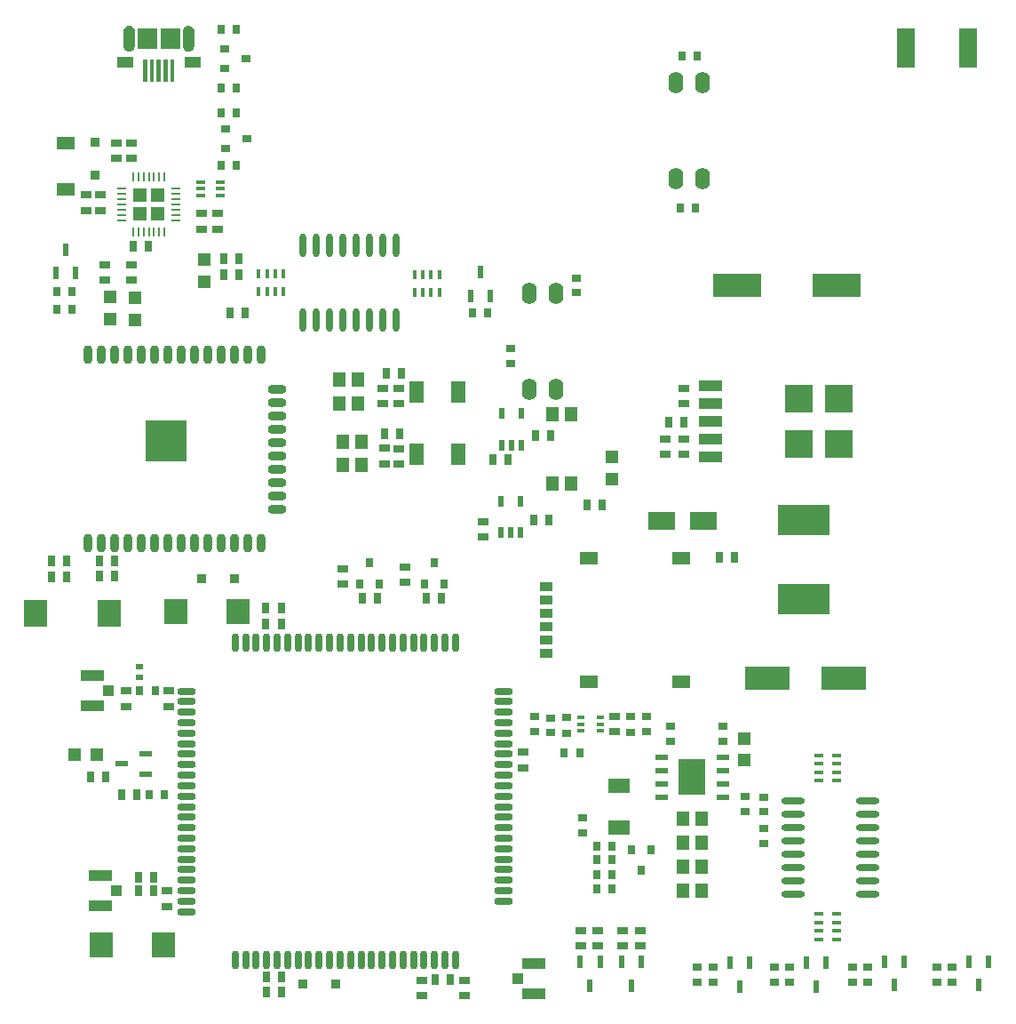
<source format=gtp>
G04*
G04 #@! TF.GenerationSoftware,Altium Limited,Altium Designer,21.6.4 (81)*
G04*
G04 Layer_Color=8421504*
%FSLAX25Y25*%
%MOIN*%
G70*
G04*
G04 #@! TF.SameCoordinates,2A81184C-DEB4-4CFB-8C3F-066722EA72C9*
G04*
G04*
G04 #@! TF.FilePolarity,Positive*
G04*
G01*
G75*
%ADD19R,0.06693X0.04921*%
%ADD20R,0.03543X0.01000*%
%ADD21R,0.01000X0.03543*%
%ADD22R,0.03740X0.03543*%
%ADD23O,0.03500X0.07000*%
%ADD24O,0.07000X0.03500*%
%ADD25R,0.15750X0.15750*%
%ADD26R,0.02953X0.03937*%
%ADD27R,0.01575X0.08268*%
%ADD28R,0.05906X0.03937*%
%ADD29R,0.07480X0.07480*%
%ADD30R,0.03937X0.02953*%
%ADD31R,0.03543X0.01575*%
%ADD32R,0.01772X0.03543*%
%ADD33O,0.08784X0.02370*%
%ADD34R,0.08691X0.09354*%
%ADD35R,0.03543X0.01772*%
%ADD36R,0.02165X0.03937*%
%ADD37O,0.07087X0.02756*%
%ADD38O,0.02756X0.07087*%
%ADD39R,0.02362X0.04528*%
%ADD40R,0.03543X0.03150*%
%ADD41R,0.03150X0.03543*%
%ADD42R,0.06693X0.14567*%
%ADD43R,0.03150X0.03543*%
%ADD44R,0.03543X0.03150*%
%ADD45R,0.08504X0.04213*%
%ADD46R,0.04724X0.04724*%
%ADD47R,0.16535X0.08661*%
%ADD48R,0.05512X0.07874*%
%ADD49R,0.04724X0.05512*%
%ADD50R,0.04724X0.04724*%
%ADD51R,0.08691X0.10205*%
%ADD52R,0.09843X0.13779*%
%ADD53R,0.04724X0.02362*%
%ADD54R,0.07874X0.05512*%
%ADD55O,0.05512X0.08268*%
%ADD56R,0.03543X0.03740*%
%ADD57R,0.08661X0.04134*%
%ADD58R,0.04134X0.03937*%
%ADD59R,0.02598X0.02441*%
%ADD60R,0.02756X0.03543*%
%ADD61R,0.03543X0.02756*%
%ADD62R,0.19685X0.11811*%
%ADD63R,0.09843X0.06693*%
%ADD64R,0.18307X0.09055*%
%ADD65O,0.02370X0.08784*%
%ADD66R,0.02756X0.01654*%
%ADD67R,0.07087X0.05118*%
%ADD68R,0.04724X0.03543*%
%ADD69R,0.04528X0.02362*%
G36*
X64901Y375260D02*
X57421D01*
Y382740D01*
X64901D01*
Y375260D01*
D02*
G37*
G36*
X56240D02*
X48759D01*
Y382740D01*
X56240D01*
Y375260D01*
D02*
G37*
G36*
X46931Y383383D02*
X47539Y382779D01*
X47871Y381988D01*
X47874Y381559D01*
Y376441D01*
X47871Y376013D01*
X47539Y375222D01*
X46931Y374618D01*
X46138Y374291D01*
X45280D01*
X44487Y374618D01*
X43879Y375222D01*
X43546Y376013D01*
X43543Y376441D01*
X43543Y376441D01*
X43543Y381559D01*
X43546Y381988D01*
X43879Y382779D01*
X44487Y383383D01*
X45280Y383710D01*
X46138D01*
X46931Y383383D01*
D02*
G37*
G36*
X69179Y383395D02*
X69788Y382786D01*
X70118Y381990D01*
Y376011D01*
X69788Y375215D01*
X69179Y374606D01*
X68384Y374276D01*
X67522D01*
X66726Y374606D01*
X66117Y375215D01*
X65787Y376011D01*
Y381990D01*
X66117Y382786D01*
X66726Y383395D01*
X67522Y383725D01*
X68384D01*
X69179Y383395D01*
D02*
G37*
G36*
X72381Y368174D02*
X66475D01*
Y372111D01*
X72381D01*
Y368174D01*
D02*
G37*
G36*
X47183D02*
X41278D01*
Y372111D01*
X47183D01*
Y368174D01*
D02*
G37*
G36*
X62735Y362859D02*
X61160D01*
Y371127D01*
X62735D01*
Y362859D01*
D02*
G37*
G36*
X60176D02*
X58601D01*
Y371127D01*
X60176D01*
Y362859D01*
D02*
G37*
G36*
X57617D02*
X56042D01*
Y371127D01*
X57617D01*
Y362859D01*
D02*
G37*
G36*
X55058D02*
X53483D01*
Y371127D01*
X55058D01*
Y362859D01*
D02*
G37*
G36*
X52499D02*
X50924D01*
Y371127D01*
X52499D01*
Y362859D01*
D02*
G37*
G36*
X59000Y317787D02*
X54080D01*
Y322718D01*
X59000D01*
Y317787D01*
D02*
G37*
G36*
X52110D02*
X47179D01*
Y322719D01*
X52110D01*
Y317787D01*
D02*
G37*
G36*
X59000Y310898D02*
X54079D01*
Y315819D01*
X59000D01*
Y310898D01*
D02*
G37*
G36*
X52110D02*
X47178D01*
Y315817D01*
X52110D01*
Y310898D01*
D02*
G37*
G36*
X317098Y238965D02*
X306862D01*
Y249201D01*
X317098D01*
Y238965D01*
D02*
G37*
G36*
X302138D02*
X291902D01*
Y249201D01*
X302138D01*
Y238965D01*
D02*
G37*
G36*
X317098Y221799D02*
X306862D01*
Y232035D01*
X317098D01*
Y221799D01*
D02*
G37*
G36*
X302138D02*
X291902D01*
Y232035D01*
X302138D01*
Y221799D01*
D02*
G37*
D19*
X22000Y322339D02*
D03*
Y339661D02*
D03*
D20*
X42898Y322709D02*
D03*
X63291D02*
D03*
Y320740D02*
D03*
Y318772D02*
D03*
Y316803D02*
D03*
Y314835D02*
D03*
Y312866D02*
D03*
Y310898D02*
D03*
X42898D02*
D03*
Y312866D02*
D03*
Y314835D02*
D03*
Y316803D02*
D03*
Y318772D02*
D03*
Y320740D02*
D03*
D21*
X47189Y327000D02*
D03*
X59000Y306606D02*
D03*
X57032D02*
D03*
X55063D02*
D03*
X53095D02*
D03*
X51126D02*
D03*
X49158D02*
D03*
X47189D02*
D03*
X49158Y327000D02*
D03*
X51126D02*
D03*
X53095D02*
D03*
X55063D02*
D03*
X57032D02*
D03*
X59000D02*
D03*
D22*
X33000Y340201D02*
D03*
Y327799D02*
D03*
D23*
X30100Y260600D02*
D03*
X35100D02*
D03*
X40100D02*
D03*
X45100D02*
D03*
X50100D02*
D03*
X55100D02*
D03*
X60100D02*
D03*
X65100D02*
D03*
X70100D02*
D03*
X75100D02*
D03*
X80100D02*
D03*
X85100D02*
D03*
X90100D02*
D03*
X95100D02*
D03*
Y189700D02*
D03*
X90100D02*
D03*
X85100D02*
D03*
X80100D02*
D03*
X75100D02*
D03*
X70100D02*
D03*
X65100D02*
D03*
X60100D02*
D03*
X55100D02*
D03*
X50100D02*
D03*
X45100D02*
D03*
X40100D02*
D03*
X35100D02*
D03*
X30100D02*
D03*
D24*
X101200Y247600D02*
D03*
Y242600D02*
D03*
Y237600D02*
D03*
Y232600D02*
D03*
Y227600D02*
D03*
Y222600D02*
D03*
Y217600D02*
D03*
Y212600D02*
D03*
Y207600D02*
D03*
Y202600D02*
D03*
D25*
X59500Y228000D02*
D03*
D26*
X47146Y301000D02*
D03*
X52854D02*
D03*
X203854Y230000D02*
D03*
X198146D02*
D03*
X133146Y169000D02*
D03*
X138854D02*
D03*
X102779Y159500D02*
D03*
X97071D02*
D03*
X217646Y204000D02*
D03*
X223354D02*
D03*
X141646Y230731D02*
D03*
X147354D02*
D03*
X81146Y290530D02*
D03*
X86854D02*
D03*
X42789Y95506D02*
D03*
X48498D02*
D03*
X22354Y183000D02*
D03*
X16646D02*
D03*
X22354Y177000D02*
D03*
X16646D02*
D03*
X40354Y183000D02*
D03*
X34646D02*
D03*
X163018Y169000D02*
D03*
X157310D02*
D03*
X142146Y253500D02*
D03*
X147854D02*
D03*
X187854Y221000D02*
D03*
X182146D02*
D03*
X197646Y198396D02*
D03*
X203354D02*
D03*
X54854Y64500D02*
D03*
X49146D02*
D03*
X49146Y59500D02*
D03*
X54854D02*
D03*
X160646Y26000D02*
D03*
X166354D02*
D03*
X248146Y235000D02*
D03*
X253854D02*
D03*
X267146Y184500D02*
D03*
X272854D02*
D03*
X34646Y177500D02*
D03*
X40354D02*
D03*
X31146Y102000D02*
D03*
X36854D02*
D03*
X97146Y21500D02*
D03*
X102854D02*
D03*
X97071Y165500D02*
D03*
X102779D02*
D03*
X97146Y27000D02*
D03*
X102854D02*
D03*
X83646Y276000D02*
D03*
X89354D02*
D03*
X81146Y296500D02*
D03*
X86854D02*
D03*
D27*
X56831Y366992D02*
D03*
X59390D02*
D03*
X61949D02*
D03*
X54272D02*
D03*
X51713D02*
D03*
D28*
X69429Y370142D02*
D03*
X44232D02*
D03*
D29*
X61162Y379000D02*
D03*
X52500D02*
D03*
D30*
X46500Y334146D02*
D03*
Y339854D02*
D03*
X41000D02*
D03*
Y334146D02*
D03*
X79000Y307646D02*
D03*
Y313354D02*
D03*
X126000Y174500D02*
D03*
Y180209D02*
D03*
X155500Y25854D02*
D03*
Y20146D02*
D03*
X141500Y225354D02*
D03*
Y219646D02*
D03*
X147000Y225085D02*
D03*
Y219376D02*
D03*
X29500Y314646D02*
D03*
Y320354D02*
D03*
X35000Y314646D02*
D03*
Y320354D02*
D03*
X36500Y288500D02*
D03*
Y294209D02*
D03*
X46500Y288500D02*
D03*
Y294209D02*
D03*
X149251Y180854D02*
D03*
Y175146D02*
D03*
X141039Y247784D02*
D03*
Y242075D02*
D03*
X147000Y247784D02*
D03*
Y242075D02*
D03*
X178500Y197854D02*
D03*
Y192146D02*
D03*
X231013Y38902D02*
D03*
Y44610D02*
D03*
X221744Y38902D02*
D03*
Y44610D02*
D03*
X215244Y38902D02*
D03*
Y44610D02*
D03*
X171500Y20146D02*
D03*
Y25854D02*
D03*
X228000Y119039D02*
D03*
Y124748D02*
D03*
X254000Y223146D02*
D03*
Y228854D02*
D03*
X247000Y223146D02*
D03*
Y228854D02*
D03*
X254000Y242146D02*
D03*
Y247854D02*
D03*
X60000Y59354D02*
D03*
Y53646D02*
D03*
X44500Y134354D02*
D03*
Y128646D02*
D03*
X60500Y134354D02*
D03*
Y128646D02*
D03*
X193500Y111354D02*
D03*
Y105646D02*
D03*
X237454Y44610D02*
D03*
Y38902D02*
D03*
X73000Y313354D02*
D03*
Y307646D02*
D03*
D31*
X72707Y325309D02*
D03*
X79793D02*
D03*
Y322750D02*
D03*
Y320191D02*
D03*
X72707D02*
D03*
Y322750D02*
D03*
D32*
X159075Y290347D02*
D03*
X162224D02*
D03*
X152776D02*
D03*
X155925D02*
D03*
Y283653D02*
D03*
X152776D02*
D03*
X162224D02*
D03*
X159075D02*
D03*
X100575Y290846D02*
D03*
X103724D02*
D03*
X94276D02*
D03*
X97425D02*
D03*
Y284154D02*
D03*
X94276D02*
D03*
X103724D02*
D03*
X100575D02*
D03*
D33*
X294963Y93000D02*
D03*
Y88000D02*
D03*
Y83000D02*
D03*
Y78000D02*
D03*
Y73000D02*
D03*
Y68000D02*
D03*
Y63000D02*
D03*
Y58000D02*
D03*
X323037Y93000D02*
D03*
Y88000D02*
D03*
Y83000D02*
D03*
Y78000D02*
D03*
Y73000D02*
D03*
Y68000D02*
D03*
Y63000D02*
D03*
Y58000D02*
D03*
D34*
X35342Y39000D02*
D03*
X58658D02*
D03*
X63108Y164000D02*
D03*
X86425D02*
D03*
D35*
X311347Y103925D02*
D03*
Y100776D02*
D03*
Y110224D02*
D03*
Y107075D02*
D03*
X304654D02*
D03*
Y110224D02*
D03*
Y100776D02*
D03*
Y103925D02*
D03*
X311151Y44463D02*
D03*
Y41313D02*
D03*
Y50762D02*
D03*
Y47613D02*
D03*
X304458D02*
D03*
Y50762D02*
D03*
Y41313D02*
D03*
Y44463D02*
D03*
D36*
X185169Y193658D02*
D03*
X188909D02*
D03*
X192649D02*
D03*
Y205469D02*
D03*
X185169D02*
D03*
X185459Y238405D02*
D03*
X192939D02*
D03*
Y226594D02*
D03*
X189199D02*
D03*
X185459D02*
D03*
D37*
X67394Y51610D02*
D03*
Y134288D02*
D03*
X186291Y134287D02*
D03*
X67394Y55547D02*
D03*
Y59484D02*
D03*
Y63421D02*
D03*
Y67358D02*
D03*
Y71295D02*
D03*
Y75232D02*
D03*
Y79169D02*
D03*
Y83106D02*
D03*
Y87043D02*
D03*
Y90980D02*
D03*
Y94917D02*
D03*
Y98854D02*
D03*
Y102791D02*
D03*
Y106728D02*
D03*
Y110665D02*
D03*
Y114602D02*
D03*
Y118539D02*
D03*
Y122476D02*
D03*
Y126413D02*
D03*
Y130350D02*
D03*
X186291D02*
D03*
Y126413D02*
D03*
Y122476D02*
D03*
Y118539D02*
D03*
Y114602D02*
D03*
Y110665D02*
D03*
Y106728D02*
D03*
Y102791D02*
D03*
Y98854D02*
D03*
Y94917D02*
D03*
Y90980D02*
D03*
Y87043D02*
D03*
Y83106D02*
D03*
Y79169D02*
D03*
Y75232D02*
D03*
Y71295D02*
D03*
Y67358D02*
D03*
Y63421D02*
D03*
Y59484D02*
D03*
Y55547D02*
D03*
D38*
X168181Y152398D02*
D03*
X85504D02*
D03*
Y33500D02*
D03*
X168181D02*
D03*
X164244D02*
D03*
X160307D02*
D03*
X156370D02*
D03*
X152433D02*
D03*
X148496D02*
D03*
X144559D02*
D03*
X140622D02*
D03*
X136685D02*
D03*
X132748D02*
D03*
X128811D02*
D03*
X124874D02*
D03*
X120937D02*
D03*
X117000D02*
D03*
X113063D02*
D03*
X109126D02*
D03*
X105189D02*
D03*
X101252D02*
D03*
X97315D02*
D03*
X93378D02*
D03*
X89441D02*
D03*
Y152398D02*
D03*
X93378D02*
D03*
X97315D02*
D03*
X101252D02*
D03*
X105189D02*
D03*
X109126D02*
D03*
X113063D02*
D03*
X117000D02*
D03*
X120937D02*
D03*
X124874D02*
D03*
X128811D02*
D03*
X132748D02*
D03*
X136685D02*
D03*
X140622D02*
D03*
X144559D02*
D03*
X148496D02*
D03*
X152433D02*
D03*
X156370D02*
D03*
X160307D02*
D03*
X164244D02*
D03*
D39*
X237984Y32685D02*
D03*
X230504D02*
D03*
X234244Y23827D02*
D03*
X278740Y32429D02*
D03*
X271260D02*
D03*
X275000Y23571D02*
D03*
X177500Y291429D02*
D03*
X181240Y282571D02*
D03*
X173760D02*
D03*
X333000Y24071D02*
D03*
X329260Y32929D02*
D03*
X336740D02*
D03*
X364621Y24071D02*
D03*
X360881Y32929D02*
D03*
X368361D02*
D03*
X303500Y23571D02*
D03*
X299760Y32429D02*
D03*
X307240D02*
D03*
X22000Y299929D02*
D03*
X25740Y291071D02*
D03*
X18260D02*
D03*
X222484Y32685D02*
D03*
X215004D02*
D03*
X218744Y23827D02*
D03*
D40*
X204000Y124256D02*
D03*
Y118744D02*
D03*
X240000Y119244D02*
D03*
Y124756D02*
D03*
X198000Y124756D02*
D03*
Y119244D02*
D03*
X189000Y257244D02*
D03*
Y262756D02*
D03*
X216000Y86756D02*
D03*
Y81244D02*
D03*
X268500Y115500D02*
D03*
Y121012D02*
D03*
X277000Y89244D02*
D03*
Y94756D02*
D03*
X284000Y77244D02*
D03*
Y82756D02*
D03*
X249000Y121000D02*
D03*
Y115488D02*
D03*
X284000Y89000D02*
D03*
Y94512D02*
D03*
X213500Y283744D02*
D03*
Y289256D02*
D03*
X354504Y25244D02*
D03*
Y30756D02*
D03*
X348844Y25244D02*
D03*
Y30756D02*
D03*
X322869Y25244D02*
D03*
Y30756D02*
D03*
X317225Y25244D02*
D03*
Y30756D02*
D03*
X293500Y25244D02*
D03*
Y30756D02*
D03*
X288000Y25244D02*
D03*
Y30756D02*
D03*
X265000Y25244D02*
D03*
Y30756D02*
D03*
X259000Y25244D02*
D03*
Y30756D02*
D03*
D41*
X136000Y182437D02*
D03*
X139740Y174563D02*
D03*
X132260D02*
D03*
X156424D02*
D03*
X163904D02*
D03*
X160164Y182437D02*
D03*
X238000Y67063D02*
D03*
X234260Y74937D02*
D03*
X241740D02*
D03*
D42*
X337386Y375500D02*
D03*
X360614D02*
D03*
D43*
X80244Y351000D02*
D03*
X85756D02*
D03*
X80244Y331330D02*
D03*
X85756D02*
D03*
X85756Y382500D02*
D03*
X80244D02*
D03*
X80244Y360631D02*
D03*
X85756D02*
D03*
X226756Y60000D02*
D03*
X221244D02*
D03*
X221244Y65500D02*
D03*
X226756D02*
D03*
X221244Y76000D02*
D03*
X226756D02*
D03*
X221244Y71000D02*
D03*
X226756D02*
D03*
X24256Y277500D02*
D03*
X18744D02*
D03*
X24256Y284000D02*
D03*
X18744D02*
D03*
X258256Y315500D02*
D03*
X252744D02*
D03*
X258756Y372500D02*
D03*
X253244D02*
D03*
X180256Y276131D02*
D03*
X174744D02*
D03*
D44*
X81563Y375240D02*
D03*
Y367760D02*
D03*
X89437Y371500D02*
D03*
X89937Y341500D02*
D03*
X82063Y337760D02*
D03*
Y345240D02*
D03*
D45*
X263811Y248886D02*
D03*
Y242193D02*
D03*
Y235500D02*
D03*
Y228807D02*
D03*
Y222114D02*
D03*
D46*
X74000Y296134D02*
D03*
Y287866D02*
D03*
X227000Y213866D02*
D03*
Y222134D02*
D03*
X48000Y273500D02*
D03*
Y281768D02*
D03*
X38500Y273866D02*
D03*
Y282134D02*
D03*
X276500Y116634D02*
D03*
Y108366D02*
D03*
D47*
X313870Y139000D02*
D03*
X285130D02*
D03*
D48*
X153626Y223231D02*
D03*
X169375D02*
D03*
X153626Y246410D02*
D03*
X169375D02*
D03*
D49*
X133043Y219231D02*
D03*
X125957D02*
D03*
X133043Y227731D02*
D03*
X125957D02*
D03*
X131682Y251196D02*
D03*
X124595D02*
D03*
X131543Y242219D02*
D03*
X124457D02*
D03*
X204457Y238000D02*
D03*
X211543D02*
D03*
X204457Y212000D02*
D03*
X211543D02*
D03*
X253457Y59500D02*
D03*
X260543D02*
D03*
X253457Y68500D02*
D03*
X260543D02*
D03*
X253457Y77500D02*
D03*
X260543D02*
D03*
X253500Y86500D02*
D03*
X260587D02*
D03*
D50*
X25366Y110500D02*
D03*
X33634D02*
D03*
D51*
X38324Y163500D02*
D03*
X10676D02*
D03*
D52*
X257000Y102000D02*
D03*
D53*
X245550Y94500D02*
D03*
Y99500D02*
D03*
Y104500D02*
D03*
Y109500D02*
D03*
X268450D02*
D03*
Y104500D02*
D03*
Y99500D02*
D03*
Y94500D02*
D03*
D54*
X229500Y98875D02*
D03*
Y83126D02*
D03*
D55*
X206000Y283413D02*
D03*
X196000D02*
D03*
X206000Y247587D02*
D03*
X196000D02*
D03*
X250819Y326587D02*
D03*
X260819D02*
D03*
X250819Y362413D02*
D03*
X260819D02*
D03*
D56*
X110799Y24500D02*
D03*
X123201D02*
D03*
X85201Y176500D02*
D03*
X72799D02*
D03*
D57*
X35000Y65307D02*
D03*
Y53693D02*
D03*
X197500Y20693D02*
D03*
Y32307D02*
D03*
X32000Y128693D02*
D03*
Y140307D02*
D03*
D58*
X41004Y59500D02*
D03*
X191496Y26500D02*
D03*
X38004Y134500D02*
D03*
D59*
X49500Y143429D02*
D03*
Y139571D02*
D03*
D60*
X214953Y111000D02*
D03*
X209047D02*
D03*
X59000Y95500D02*
D03*
X53095D02*
D03*
X49547Y134500D02*
D03*
X55453D02*
D03*
D61*
X210000Y124453D02*
D03*
Y118547D02*
D03*
X234000Y118941D02*
D03*
Y124846D02*
D03*
D62*
X299059Y168736D02*
D03*
X299000Y198500D02*
D03*
D63*
X261374Y198000D02*
D03*
X245626D02*
D03*
D64*
X311201Y286500D02*
D03*
X273799D02*
D03*
D65*
X146000Y301537D02*
D03*
X141000D02*
D03*
X136000D02*
D03*
X131000D02*
D03*
X126000D02*
D03*
X121000D02*
D03*
X116000D02*
D03*
X111000D02*
D03*
X146000Y273463D02*
D03*
X141000D02*
D03*
X136000D02*
D03*
X131000D02*
D03*
X126000D02*
D03*
X121000D02*
D03*
X116000D02*
D03*
X111000D02*
D03*
D66*
X215378Y124452D02*
D03*
X222621Y124452D02*
D03*
X222621Y121894D02*
D03*
X222621Y119334D02*
D03*
X215378Y119334D02*
D03*
X215378Y121893D02*
D03*
D67*
X218252Y184043D02*
D03*
X252898D02*
D03*
Y137957D02*
D03*
X218252D02*
D03*
D68*
X202102Y173506D02*
D03*
Y168506D02*
D03*
Y163506D02*
D03*
Y158506D02*
D03*
Y153506D02*
D03*
Y148506D02*
D03*
D69*
X51929Y103260D02*
D03*
Y110740D02*
D03*
X43071Y107000D02*
D03*
M02*

</source>
